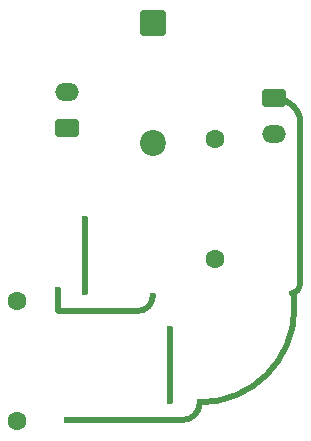
<source format=gbr>
%TF.GenerationSoftware,KiCad,Pcbnew,9.0.4*%
%TF.CreationDate,2025-10-16T23:04:56-05:00*%
%TF.ProjectId,new project,6e657720-7072-46f6-9a65-63742e6b6963,rev?*%
%TF.SameCoordinates,Original*%
%TF.FileFunction,Copper,L2,Bot*%
%TF.FilePolarity,Positive*%
%FSLAX46Y46*%
G04 Gerber Fmt 4.6, Leading zero omitted, Abs format (unit mm)*
G04 Created by KiCad (PCBNEW 9.0.4) date 2025-10-16 23:04:56*
%MOMM*%
%LPD*%
G01*
G04 APERTURE LIST*
G04 Aperture macros list*
%AMRoundRect*
0 Rectangle with rounded corners*
0 $1 Rounding radius*
0 $2 $3 $4 $5 $6 $7 $8 $9 X,Y pos of 4 corners*
0 Add a 4 corners polygon primitive as box body*
4,1,4,$2,$3,$4,$5,$6,$7,$8,$9,$2,$3,0*
0 Add four circle primitives for the rounded corners*
1,1,$1+$1,$2,$3*
1,1,$1+$1,$4,$5*
1,1,$1+$1,$6,$7*
1,1,$1+$1,$8,$9*
0 Add four rect primitives between the rounded corners*
20,1,$1+$1,$2,$3,$4,$5,0*
20,1,$1+$1,$4,$5,$6,$7,0*
20,1,$1+$1,$6,$7,$8,$9,0*
20,1,$1+$1,$8,$9,$2,$3,0*%
G04 Aperture macros list end*
%TA.AperFunction,ComponentPad*%
%ADD10C,1.600000*%
%TD*%
%TA.AperFunction,ComponentPad*%
%ADD11RoundRect,0.249999X-0.850001X0.850001X-0.850001X-0.850001X0.850001X-0.850001X0.850001X0.850001X0*%
%TD*%
%TA.AperFunction,ComponentPad*%
%ADD12C,2.200000*%
%TD*%
%TA.AperFunction,ComponentPad*%
%ADD13RoundRect,0.250001X-0.759999X0.499999X-0.759999X-0.499999X0.759999X-0.499999X0.759999X0.499999X0*%
%TD*%
%TA.AperFunction,ComponentPad*%
%ADD14O,2.020000X1.500000*%
%TD*%
%TA.AperFunction,ComponentPad*%
%ADD15RoundRect,0.250001X0.759999X-0.499999X0.759999X0.499999X-0.759999X0.499999X-0.759999X-0.499999X0*%
%TD*%
%TA.AperFunction,ViaPad*%
%ADD16C,0.600000*%
%TD*%
%TA.AperFunction,Conductor*%
%ADD17C,0.500000*%
%TD*%
G04 APERTURE END LIST*
D10*
%TO.P,R1,1*%
%TO.N,Net-(D1-A)*%
X130250000Y-73420000D03*
%TO.P,R1,2*%
%TO.N,Net-(Q1-B)*%
X130250000Y-83580000D03*
%TD*%
D11*
%TO.P,D1,1,K*%
%TO.N,Net-(D1-K)*%
X125000000Y-63670000D03*
D12*
%TO.P,D1,2,A*%
%TO.N,Net-(D1-A)*%
X125000000Y-73830000D03*
%TD*%
D13*
%TO.P,J2,1,Pin_1*%
%TO.N,GND*%
X135250000Y-70000000D03*
D14*
%TO.P,J2,2,Pin_2*%
%TO.N,Net-(D1-K)*%
X135250000Y-73000000D03*
%TD*%
D15*
%TO.P,J1,1,Pin_1*%
%TO.N,Net-(D1-K)*%
X117715000Y-72500000D03*
D14*
%TO.P,J1,2,Pin_2*%
%TO.N,Net-(J1-Pin_2)*%
X117715000Y-69500000D03*
%TD*%
D10*
%TO.P,R2,1*%
%TO.N,Net-(Q1-E)*%
X113500000Y-87170000D03*
%TO.P,R2,2*%
%TO.N,GND*%
X113500000Y-97330000D03*
%TD*%
D16*
%TO.N,GND*%
X117750000Y-97250000D03*
X137000000Y-86500000D03*
X129000000Y-95750000D03*
%TO.N,Net-(J1-Pin_2)*%
X119250000Y-86400000D03*
X119250000Y-80250000D03*
%TO.N,Net-(Q1-B)*%
X126500000Y-95650000D03*
X125000000Y-86750000D03*
X126500000Y-89500000D03*
X117000000Y-86250000D03*
%TD*%
D17*
%TO.N,GND*%
X135383066Y-70002889D02*
X135450877Y-70007318D01*
X137504009Y-71844173D02*
X137507832Y-71870887D01*
X136889704Y-70670688D02*
X136935643Y-70717998D01*
X137149500Y-70981795D02*
X137185942Y-71036096D01*
X136579303Y-70411062D02*
X136633106Y-70449666D01*
X136040487Y-70133866D02*
X136104456Y-70157760D01*
X137510334Y-71890973D02*
X137510334Y-85739666D01*
X135450877Y-70007318D02*
X135517070Y-70013600D01*
X136935643Y-70717998D02*
X136982402Y-70769083D01*
X137445411Y-71590702D02*
X137462333Y-71649673D01*
X137489058Y-71761584D02*
X137498133Y-71808679D01*
X136228475Y-70210462D02*
X136288358Y-70239076D01*
X127500000Y-97250000D02*
X117750000Y-97250000D01*
X136840126Y-70622597D02*
X136889704Y-70670688D01*
X137185942Y-71036096D02*
X137223244Y-71095426D01*
X136687790Y-70491381D02*
X136739157Y-70533053D01*
X137256176Y-71151570D02*
X137290028Y-71213443D01*
X137000000Y-86457758D02*
X137000000Y-86500000D01*
X137474993Y-71699217D02*
X137489058Y-71761584D01*
X136466315Y-70337320D02*
X136522351Y-70372716D01*
X136349236Y-70270380D02*
X136407300Y-70302441D01*
X137462333Y-71649673D02*
X137474993Y-71699217D01*
X135717218Y-70044444D02*
X135782203Y-70058398D01*
X135517070Y-70013600D02*
X135584565Y-70021984D01*
X137422734Y-71520680D02*
X137445411Y-71590702D01*
X137498133Y-71808679D02*
X137504009Y-71844173D01*
X136982402Y-70769083D02*
X137025346Y-70818943D01*
X137000000Y-86500000D02*
X137000000Y-87750000D01*
X136522351Y-70372716D02*
X136579303Y-70411062D01*
X136791383Y-70578016D02*
X136840126Y-70622597D01*
X136739157Y-70533053D02*
X136791383Y-70578016D01*
X135316613Y-70000475D02*
X135383066Y-70002889D01*
X136104456Y-70157760D02*
X136165945Y-70182822D01*
X137108887Y-70925098D02*
X137149500Y-70981795D01*
X137223244Y-71095426D02*
X137256176Y-71151570D01*
X136165945Y-70182822D02*
X136228475Y-70210462D01*
X137069112Y-70872898D02*
X137108887Y-70925098D01*
X137349530Y-71335505D02*
X137374909Y-71394306D01*
X135250000Y-70000000D02*
X135316613Y-70000475D01*
X137401435Y-71461313D02*
X137422734Y-71520680D01*
X137025346Y-70818943D02*
X137069112Y-70872898D01*
X136407300Y-70302441D02*
X136466315Y-70337320D01*
X136288358Y-70239076D02*
X136349236Y-70270380D01*
X137290028Y-71213443D02*
X137319281Y-71271111D01*
X136633106Y-70449666D02*
X136687790Y-70491381D01*
X137374909Y-71394306D02*
X137401435Y-71461313D01*
X135977609Y-70112441D02*
X136040487Y-70133866D01*
X137507832Y-71870887D02*
X137510334Y-71890973D01*
X135848382Y-70074630D02*
X135912426Y-70092345D01*
X135650268Y-70032119D02*
X135717218Y-70044444D01*
X137319281Y-71271111D02*
X137349530Y-71335505D01*
X135912426Y-70092345D02*
X135977609Y-70112441D01*
X135782203Y-70058398D02*
X135848382Y-70074630D01*
X135584565Y-70021984D02*
X135650268Y-70032119D01*
X137000000Y-87750000D02*
G75*
G02*
X129000000Y-95750000I-8000000J0D01*
G01*
X129000000Y-95750000D02*
G75*
G02*
X127500000Y-97250000I-1500000J0D01*
G01*
X137510334Y-85739666D02*
G75*
G02*
X136750000Y-86500034I-760334J-34D01*
G01*
%TO.N,Net-(J1-Pin_2)*%
X119250000Y-86400000D02*
X119250000Y-80250000D01*
%TO.N,Net-(Q1-B)*%
X117000000Y-88000000D02*
X117000000Y-86250000D01*
X123750000Y-88000000D02*
X117000000Y-88000000D01*
X126500000Y-95650000D02*
X126500000Y-89500000D01*
X125000000Y-86750000D02*
G75*
G02*
X123750000Y-88000000I-1250000J0D01*
G01*
%TD*%
M02*

</source>
